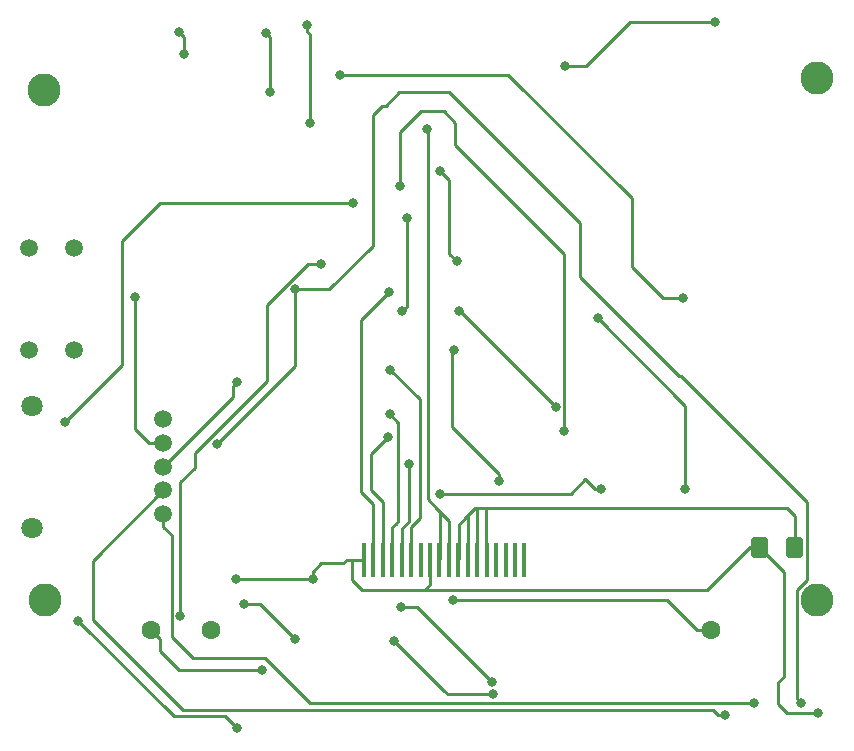
<source format=gbr>
G04 #@! TF.GenerationSoftware,KiCad,Pcbnew,5.1.9+dfsg1-1*
G04 #@! TF.CreationDate,2022-02-14T22:33:46+00:00*
G04 #@! TF.ProjectId,gbc_retrozero_screen_rev_b,6762635f-7265-4747-926f-7a65726f5f73,rev?*
G04 #@! TF.SameCoordinates,Original*
G04 #@! TF.FileFunction,Copper,L1,Top*
G04 #@! TF.FilePolarity,Positive*
%FSLAX46Y46*%
G04 Gerber Fmt 4.6, Leading zero omitted, Abs format (unit mm)*
G04 Created by KiCad (PCBNEW 5.1.9+dfsg1-1) date 2022-02-14 22:33:46*
%MOMM*%
%LPD*%
G01*
G04 APERTURE LIST*
G04 #@! TA.AperFunction,SMDPad,CuDef*
%ADD10R,0.400000X3.000000*%
G04 #@! TD*
G04 #@! TA.AperFunction,ComponentPad*
%ADD11C,2.800000*%
G04 #@! TD*
G04 #@! TA.AperFunction,ComponentPad*
%ADD12C,1.500000*%
G04 #@! TD*
G04 #@! TA.AperFunction,ComponentPad*
%ADD13C,1.800000*%
G04 #@! TD*
G04 #@! TA.AperFunction,ComponentPad*
%ADD14C,1.600000*%
G04 #@! TD*
G04 #@! TA.AperFunction,ViaPad*
%ADD15C,0.800000*%
G04 #@! TD*
G04 #@! TA.AperFunction,Conductor*
%ADD16C,0.250000*%
G04 #@! TD*
G04 APERTURE END LIST*
D10*
X80556100Y-101955600D03*
X81356200Y-101955600D03*
X82156300Y-101955600D03*
X82956400Y-101955600D03*
X83756500Y-101955600D03*
X84556600Y-101955600D03*
X85356700Y-101955600D03*
X86156800Y-101955600D03*
X86956900Y-101955600D03*
X87757000Y-101955600D03*
X88557100Y-101955600D03*
X89357200Y-101955600D03*
X90157300Y-101955600D03*
X90957400Y-101955600D03*
X91757500Y-101955600D03*
X92557600Y-101955600D03*
X93357700Y-101955600D03*
X94157800Y-101955600D03*
D11*
X53526280Y-105401680D03*
X118918580Y-61203140D03*
X53513580Y-62219140D03*
X118918580Y-105399140D03*
G04 #@! TA.AperFunction,SMDPad,CuDef*
G36*
G01*
X113332500Y-101555000D02*
X113332500Y-100305000D01*
G75*
G02*
X113582500Y-100055000I250000J0D01*
G01*
X114507500Y-100055000D01*
G75*
G02*
X114757500Y-100305000I0J-250000D01*
G01*
X114757500Y-101555000D01*
G75*
G02*
X114507500Y-101805000I-250000J0D01*
G01*
X113582500Y-101805000D01*
G75*
G02*
X113332500Y-101555000I0J250000D01*
G01*
G37*
G04 #@! TD.AperFunction*
G04 #@! TA.AperFunction,SMDPad,CuDef*
G36*
G01*
X116307500Y-101555000D02*
X116307500Y-100305000D01*
G75*
G02*
X116557500Y-100055000I250000J0D01*
G01*
X117482500Y-100055000D01*
G75*
G02*
X117732500Y-100305000I0J-250000D01*
G01*
X117732500Y-101555000D01*
G75*
G02*
X117482500Y-101805000I-250000J0D01*
G01*
X116557500Y-101805000D01*
G75*
G02*
X116307500Y-101555000I0J250000D01*
G01*
G37*
G04 #@! TD.AperFunction*
D12*
X63569440Y-90070240D03*
X63569440Y-92076840D03*
X63569440Y-94083440D03*
X63569440Y-96090040D03*
X63569440Y-98096640D03*
D13*
X52444240Y-99252340D03*
X52456940Y-88914540D03*
D12*
X56020000Y-84228000D03*
X56020000Y-75592000D03*
X52222700Y-75592000D03*
X52222700Y-84228000D03*
D14*
X109931200Y-107899200D03*
X62534800Y-107899200D03*
X67614800Y-107899200D03*
D15*
X85880000Y-65470000D03*
X72620000Y-62380000D03*
X78550000Y-60915000D03*
X72263000Y-57391300D03*
X107569000Y-79832200D03*
X97540000Y-91060000D03*
X83650000Y-70320000D03*
X76923900Y-76923900D03*
X65024000Y-106756200D03*
X82710000Y-79330000D03*
X55290480Y-90297000D03*
X79629000Y-71755000D03*
X84201000Y-73025000D03*
X83820000Y-80919999D03*
X96815000Y-89000000D03*
X88590000Y-80920000D03*
X91970000Y-95260000D03*
X88210000Y-84250000D03*
X82810000Y-85880000D03*
X82790000Y-89660000D03*
X82560000Y-91610000D03*
X84400000Y-93900000D03*
X100670000Y-95970000D03*
X86980000Y-96370000D03*
X91440000Y-112350000D03*
X83700000Y-105970000D03*
X71932800Y-111302800D03*
X91458115Y-113357190D03*
X83140000Y-108830000D03*
X56360000Y-107130000D03*
X70380000Y-105740000D03*
X74730000Y-108710000D03*
X69850000Y-116245010D03*
X88140000Y-105340000D03*
X113600000Y-114100000D03*
X74720000Y-79080000D03*
X117600000Y-114080000D03*
X68122800Y-92163900D03*
X76220000Y-103620000D03*
X69720000Y-103600000D03*
X75990000Y-65010000D03*
X119040000Y-114930000D03*
X88417400Y-76682600D03*
X87020400Y-69075300D03*
X75780900Y-56680100D03*
X97600000Y-60190000D03*
X110280000Y-56460000D03*
X61150500Y-79743300D03*
X69850000Y-86950000D03*
X111140000Y-115150000D03*
X100370000Y-81510000D03*
X107780000Y-96000000D03*
X65340000Y-59120000D03*
X64900000Y-57290000D03*
D16*
X85956300Y-65546300D02*
X85880000Y-65470000D01*
X85956300Y-96840000D02*
X85956300Y-65546300D01*
X86750000Y-97633700D02*
X85956300Y-96840000D01*
X86750000Y-97633700D02*
X86750000Y-97659300D01*
X87757000Y-98666300D02*
X87757000Y-101955600D01*
X87007700Y-101904800D02*
X86956900Y-101955600D01*
X87007700Y-97917000D02*
X87007700Y-101904800D01*
X86750000Y-97659300D02*
X87007700Y-97917000D01*
X87007700Y-97917000D02*
X87757000Y-98666300D01*
X72620000Y-62380000D02*
X72620000Y-57748300D01*
X72620000Y-57748300D02*
X72263000Y-57391300D01*
X92795000Y-60915000D02*
X78550000Y-60915000D01*
X103250600Y-71370600D02*
X92795000Y-60915000D01*
X103250600Y-77190600D02*
X103250600Y-71370600D01*
X105892200Y-79832200D02*
X105790800Y-79730800D01*
X105790800Y-79730800D02*
X103250600Y-77190600D01*
X107569000Y-79832200D02*
X105892200Y-79832200D01*
X97540000Y-76056998D02*
X88310000Y-66826998D01*
X97540000Y-91060000D02*
X97540000Y-76056998D01*
X88310000Y-66826998D02*
X88310000Y-65000000D01*
X88310000Y-65000000D02*
X87310000Y-64000000D01*
X87310000Y-64000000D02*
X85390000Y-64000000D01*
X83650000Y-65740000D02*
X83650000Y-70320000D01*
X85390000Y-64000000D02*
X83650000Y-65740000D01*
X75803098Y-76923900D02*
X72364600Y-80362398D01*
X76923900Y-76923900D02*
X75803098Y-76923900D01*
X72364600Y-86823698D02*
X66243200Y-92945098D01*
X72364600Y-80362398D02*
X72364600Y-86823698D01*
X66243200Y-92945098D02*
X66243200Y-94183200D01*
X66243200Y-94183200D02*
X65024000Y-95402400D01*
X65024000Y-95402400D02*
X65024000Y-106756200D01*
X80355600Y-81684400D02*
X82710000Y-79330000D01*
X81356200Y-97243900D02*
X80355600Y-96243300D01*
X81356200Y-101955600D02*
X81356200Y-97243900D01*
X80355600Y-96243300D02*
X80355600Y-81684400D01*
X55290480Y-90297000D02*
X60071000Y-85516480D01*
X63291998Y-71755000D02*
X79629000Y-71755000D01*
X60071000Y-85516480D02*
X60071000Y-74975998D01*
X60071000Y-74975998D02*
X63291998Y-71755000D01*
X84201000Y-73025000D02*
X84201000Y-80538999D01*
X84201000Y-80538999D02*
X83820000Y-80919999D01*
X88735000Y-80920000D02*
X88590000Y-80920000D01*
X96815000Y-89000000D02*
X88735000Y-80920000D01*
X91970000Y-94694315D02*
X88020000Y-90744315D01*
X91970000Y-95260000D02*
X91970000Y-94694315D01*
X88020000Y-84440000D02*
X88210000Y-84250000D01*
X88020000Y-90744315D02*
X88020000Y-84440000D01*
X85320000Y-88390000D02*
X82810000Y-85880000D01*
X85320000Y-98442000D02*
X85320000Y-88390000D01*
X84556600Y-99205400D02*
X84556600Y-101955600D01*
X85320000Y-98442000D02*
X84556600Y-99205400D01*
X83480000Y-90350000D02*
X82790000Y-89660000D01*
X83480000Y-98681800D02*
X83480000Y-90350000D01*
X82956400Y-99205400D02*
X82956400Y-101955600D01*
X83238650Y-98923150D02*
X82956400Y-99205400D01*
X83238650Y-98923150D02*
X83480000Y-98681800D01*
X81155700Y-93014300D02*
X82560000Y-91610000D01*
X82156300Y-101955600D02*
X82156300Y-97040700D01*
X81155700Y-96040100D02*
X81155700Y-93014300D01*
X82156300Y-97040700D02*
X81155700Y-96040100D01*
X84400000Y-98398210D02*
X84400000Y-93900000D01*
X83756500Y-99369090D02*
X83756500Y-101955600D01*
X84400000Y-98725590D02*
X83756500Y-99369090D01*
X84400000Y-98398210D02*
X84400000Y-98725590D01*
X100104315Y-95970000D02*
X99294315Y-95160000D01*
X100670000Y-95970000D02*
X100104315Y-95970000D01*
X91933002Y-96370000D02*
X86980000Y-96370000D01*
X98084315Y-96370000D02*
X91933002Y-96370000D01*
X99294315Y-95160000D02*
X98084315Y-96370000D01*
X85060000Y-105970000D02*
X83700000Y-105970000D01*
X91440000Y-112350000D02*
X85060000Y-105970000D01*
X68350098Y-111302800D02*
X71932800Y-111302800D01*
X64935100Y-111302800D02*
X68350098Y-111302800D01*
X63334799Y-109702499D02*
X64249300Y-110617000D01*
X63334799Y-108699199D02*
X63334799Y-109702499D01*
X62534800Y-107899200D02*
X63334799Y-108699199D01*
X64249300Y-110617000D02*
X64935100Y-111302800D01*
X87385001Y-113075001D02*
X83140000Y-108830000D01*
X87667190Y-113357190D02*
X87385001Y-113075001D01*
X91458115Y-113357190D02*
X87667190Y-113357190D01*
X64450000Y-115220000D02*
X56360000Y-107130000D01*
X70380000Y-105740000D02*
X71760000Y-105740000D01*
X71760000Y-105740000D02*
X74730000Y-108710000D01*
X66010000Y-115220000D02*
X64450000Y-115220000D01*
X66010000Y-115220000D02*
X68824990Y-115220000D01*
X68824990Y-115220000D02*
X69850000Y-116245010D01*
X108799830Y-107899200D02*
X106240630Y-105340000D01*
X109931200Y-107899200D02*
X108799830Y-107899200D01*
X106240630Y-105340000D02*
X96393000Y-105340000D01*
X96393000Y-105340000D02*
X88140000Y-105340000D01*
X117020000Y-98250000D02*
X117020000Y-100930000D01*
X116390000Y-97620000D02*
X117020000Y-98250000D01*
X90098700Y-97620000D02*
X90098700Y-101897000D01*
X89956800Y-97620000D02*
X90098700Y-97620000D01*
X90098700Y-101897000D02*
X90157300Y-101955600D01*
X89368800Y-101944000D02*
X89357200Y-101955600D01*
X89368800Y-98208000D02*
X89368800Y-101944000D01*
X89156700Y-98420100D02*
X89368800Y-98208000D01*
X89368800Y-98208000D02*
X89956800Y-97620000D01*
X88581400Y-101931300D02*
X88557100Y-101955600D01*
X88581400Y-98995400D02*
X88581400Y-101931300D01*
X88581400Y-98995400D02*
X89156700Y-98420100D01*
X90914400Y-101912600D02*
X90957400Y-101955600D01*
X90914400Y-97620000D02*
X90914400Y-101912600D01*
X90098700Y-97620000D02*
X90914400Y-97620000D01*
X90914400Y-97620000D02*
X116390000Y-97620000D01*
X75960000Y-114100000D02*
X113600000Y-114100000D01*
X63569440Y-99157300D02*
X64287400Y-99875260D01*
X63569440Y-98096640D02*
X63569440Y-99157300D01*
X64287400Y-99875260D02*
X64287400Y-108508800D01*
X66105400Y-110326800D02*
X72186800Y-110326800D01*
X64287400Y-108508800D02*
X66105400Y-110326800D01*
X72186800Y-110326800D02*
X75960000Y-114100000D01*
X74720000Y-79080000D02*
X74720000Y-85541300D01*
X74720000Y-85541300D02*
X69608700Y-90652600D01*
X81300000Y-75390000D02*
X77610000Y-79080000D01*
X81300000Y-64350000D02*
X81300000Y-75390000D01*
X82100010Y-63549990D02*
X81300000Y-64350000D01*
X87800000Y-62400000D02*
X83570000Y-62400000D01*
X98894900Y-73494900D02*
X87800000Y-62400000D01*
X82420010Y-63549990D02*
X82100010Y-63549990D01*
X83570000Y-62400000D02*
X82420010Y-63549990D01*
X98894900Y-78016100D02*
X98894900Y-73494900D01*
X77610000Y-79080000D02*
X74720000Y-79080000D01*
X107268800Y-86390000D02*
X98894900Y-78016100D01*
X117600000Y-114080000D02*
X117193579Y-113673579D01*
X118057510Y-103707208D02*
X118057510Y-97077510D01*
X118057510Y-97077510D02*
X107370000Y-86390000D01*
X117193579Y-113673579D02*
X117193579Y-104571139D01*
X117193579Y-104571139D02*
X118057510Y-103707208D01*
X107370000Y-86390000D02*
X107268800Y-86390000D01*
X68122800Y-92138500D02*
X69608700Y-90652600D01*
X68122800Y-92163900D02*
X68122800Y-92138500D01*
X79105500Y-101956000D02*
X78811500Y-102250000D01*
X79555500Y-101956000D02*
X79105500Y-101956000D01*
X78811500Y-102250000D02*
X76940000Y-102250000D01*
X76220000Y-102970000D02*
X76220000Y-103620000D01*
X76940000Y-102250000D02*
X76220000Y-102970000D01*
X79555500Y-103706000D02*
X79555500Y-101956000D01*
X80409500Y-104560000D02*
X79555500Y-103706000D01*
X84302200Y-104560000D02*
X80409500Y-104560000D01*
X76200000Y-103600000D02*
X76220000Y-103620000D01*
X69720000Y-103600000D02*
X76200000Y-103600000D01*
X75990000Y-58860000D02*
X75990000Y-65010000D01*
X113232500Y-100930000D02*
X109602500Y-104560000D01*
X114045000Y-100930000D02*
X113232500Y-100930000D01*
X109602500Y-104560000D02*
X108820000Y-104560000D01*
X115650000Y-112360000D02*
X115650000Y-114220000D01*
X116360000Y-114930000D02*
X119040000Y-114930000D01*
X115650000Y-114220000D02*
X116360000Y-114930000D01*
X88417400Y-76682600D02*
X87782400Y-76047600D01*
X87782400Y-76047600D02*
X87782400Y-69837300D01*
X87782400Y-69837300D02*
X87020400Y-69075300D01*
X75990000Y-57454885D02*
X75990000Y-58860000D01*
X75780900Y-57245785D02*
X75990000Y-57454885D01*
X75780900Y-56680100D02*
X75780900Y-57245785D01*
X116141500Y-111868500D02*
X115650000Y-112360000D01*
X116141500Y-103026500D02*
X116141500Y-111868500D01*
X114045000Y-100930000D02*
X116141500Y-103026500D01*
X86156800Y-104089200D02*
X85686000Y-104560000D01*
X86156800Y-101955600D02*
X86156800Y-104089200D01*
X85686000Y-104560000D02*
X84302200Y-104560000D01*
X108820000Y-104560000D02*
X85686000Y-104560000D01*
X79555900Y-101955600D02*
X79555500Y-101956000D01*
X80556100Y-101955600D02*
X79555900Y-101955600D01*
X97600000Y-60190000D02*
X99360000Y-60190000D01*
X103090000Y-56460000D02*
X110280000Y-56460000D01*
X99360000Y-60190000D02*
X103090000Y-56460000D01*
X61150500Y-79743300D02*
X61150500Y-90868500D01*
X62358840Y-92076840D02*
X63569440Y-92076840D01*
X61150500Y-90868500D02*
X62358840Y-92076840D01*
X64319439Y-93333441D02*
X63569440Y-94083440D01*
X69450001Y-88202879D02*
X64319439Y-93333441D01*
X69450001Y-87349999D02*
X69450001Y-88202879D01*
X69850000Y-86950000D02*
X69450001Y-87349999D01*
X110574315Y-115150000D02*
X110134315Y-114710000D01*
X57610000Y-107050000D02*
X57610000Y-102049480D01*
X57610000Y-102049480D02*
X63569440Y-96090040D01*
X65270000Y-114710000D02*
X57610000Y-107050000D01*
X110134315Y-114710000D02*
X65270000Y-114710000D01*
X111140000Y-115150000D02*
X110574315Y-115150000D01*
X107780000Y-88920000D02*
X107780000Y-96000000D01*
X100370000Y-81510000D02*
X107780000Y-88920000D01*
X65340000Y-57730000D02*
X64900000Y-57290000D01*
X65340000Y-59120000D02*
X65340000Y-57730000D01*
M02*

</source>
